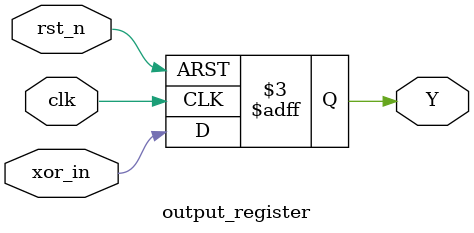
<source format=sv>
module xor2_4 (
    input  wire clk,    // 时钟输入
    input  wire rst_n,  // 复位信号
    input  wire A,      // 输入A
    input  wire B,      // 输入B
    output wire Y       // 输出Y
);
    // 内部连接信号
    wire stage1_a, stage1_b;   // 第一级寄存器输出
    wire stage2_xor;           // 第二级寄存器输出
    
    // 实例化输入寄存子模块
    input_register input_reg_inst (
        .clk    (clk),
        .rst_n  (rst_n),
        .A      (A),
        .B      (B),
        .A_reg  (stage1_a),
        .B_reg  (stage1_b)
    );
    
    // 实例化XOR运算子模块
    xor_operation xor_op_inst (
        .clk    (clk),
        .rst_n  (rst_n),
        .A_reg  (stage1_a),
        .B_reg  (stage1_b),
        .xor_out(stage2_xor)
    );
    
    // 实例化输出寄存子模块
    output_register output_reg_inst (
        .clk    (clk),
        .rst_n  (rst_n),
        .xor_in (stage2_xor),
        .Y      (Y)
    );
    
endmodule

// 输入寄存子模块
module input_register (
    input  wire clk,     // 时钟输入
    input  wire rst_n,   // 复位信号
    input  wire A,       // 原始输入A
    input  wire B,       // 原始输入B
    output reg  A_reg,   // 寄存后的A
    output reg  B_reg    // 寄存后的B
);
    
    // 第一级流水线 - 输入寄存
    always @(posedge clk or negedge rst_n) begin
        if (!rst_n) begin
            A_reg <= 1'b0;
            B_reg <= 1'b0;
        end else begin
            A_reg <= A;
            B_reg <= B;
        end
    end
    
endmodule

// XOR运算子模块
module xor_operation (
    input  wire clk,     // 时钟输入
    input  wire rst_n,   // 复位信号
    input  wire A_reg,   // 寄存后的A
    input  wire B_reg,   // 寄存后的B
    output reg  xor_out  // XOR运算结果
);
    
    // 第二级流水线 - XOR运算及结果寄存
    always @(posedge clk or negedge rst_n) begin
        if (!rst_n) begin
            xor_out <= 1'b0;
        end else begin
            xor_out <= A_reg ^ B_reg;
        end
    end
    
endmodule

// 输出寄存子模块
module output_register (
    input  wire clk,     // 时钟输入
    input  wire rst_n,   // 复位信号
    input  wire xor_in,  // XOR运算结果
    output reg  Y        // 最终输出
);
    
    // 输出寄存
    always @(posedge clk or negedge rst_n) begin
        if (!rst_n) begin
            Y <= 1'b0;
        end else begin
            Y <= xor_in;
        end
    end
    
endmodule
</source>
